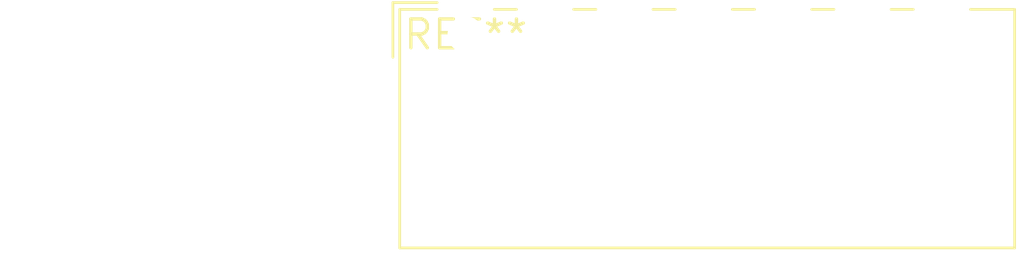
<source format=kicad_pcb>
(kicad_pcb (version 20240108) (generator pcbnew)
  (layers (0 "F.Cu" signal) (31 "B.Cu" signal) (34 "B.Paste" user) (35 "F.Paste" user) (36 "B.SilkS" user "B.Silkscreen") (37 "F.SilkS" user "F.Silkscreen") (38 "B.Mask" user) (39 "F.Mask" user) (44 "Edge.Cuts" user))
  (net 0 "")
  (footprint "Wago_734-167_1x07_P3.50mm_Horizontal" (layer "F.Cu") (at 0 0)
    (property "Reference" "REF**")
    (property "Value" "Wago_734-167_1x07_P3.50mm_Horizontal")
    (fp_line (start -3.21 -1.41) (end -1.26 -1.41) (layer "F.SilkS") (stroke (width 0.12)))
    (fp_line (start -3.21 1) (end -3.21 -1.41) (layer "F.SilkS") (stroke (width 0.12)))
    (fp_line (start -2.91 -1.11) (end -2.91 9.41) (layer "F.SilkS") (stroke (width 0.12)))
    (fp_line (start -2.91 9.41) (end 24.21 9.41) (layer "F.SilkS") (stroke (width 0.12)))
    (fp_line (start -1.26 -1.11) (end -2.91 -1.11) (layer "F.SilkS") (stroke (width 0.12)))
    (fp_line (start 1.26 -1.11) (end 2.24 -1.11) (layer "F.SilkS") (stroke (width 0.12)))
    (fp_line (start 4.76 -1.11) (end 5.74 -1.11) (layer "F.SilkS") (stroke (width 0.12)))
    (fp_line (start 8.26 -1.11) (end 9.24 -1.11) (layer "F.SilkS") (stroke (width 0.12)))
    (fp_line (start 11.76 -1.11) (end 12.74 -1.11) (layer "F.SilkS") (stroke (width 0.12)))
    (fp_line (start 15.26 -1.11) (end 16.24 -1.11) (layer "F.SilkS") (stroke (width 0.12)))
    (fp_line (start 18.76 -1.11) (end 19.74 -1.11) (layer "F.SilkS") (stroke (width 0.12)))
    (fp_line (start 24.21 -1.11) (end 22.26 -1.11) (layer "F.SilkS") (stroke (width 0.12)))
    (fp_line (start 24.21 9.41) (end 24.21 -1.11) (layer "F.SilkS") (stroke (width 0.12)))
    (pad "1" thru_hole roundrect (at 0 0) (size 2 2.6) (drill 1.6) (layers *.Cu *.Mask) (remove_unused_layers) (roundrect_rratio 0.125))
    (pad "2" thru_hole oval (at 3.5 0) (size 2 2.6) (drill 1.6) (layers *.Cu *.Mask) (remove_unused_layers))
    (pad "3" thru_hole oval (at 7 0) (size 2 2.6) (drill 1.6) (layers *.Cu *.Mask) (remove_unused_layers))
    (pad "4" thru_hole oval (at 10.5 0) (size 2 2.6) (drill 1.6) (layers *.Cu *.Mask) (remove_unused_layers))
    (pad "5" thru_hole oval (at 14 0) (size 2 2.6) (drill 1.6) (layers *.Cu *.Mask) (remove_unused_layers))
    (pad "6" thru_hole oval (at 17.5 0) (size 2 2.6) (drill 1.6) (layers *.Cu *.Mask) (remove_unused_layers))
    (pad "7" thru_hole oval (at 21 0) (size 2 2.6) (drill 1.6) (layers *.Cu *.Mask) (remove_unused_layers))
  )
)
</source>
